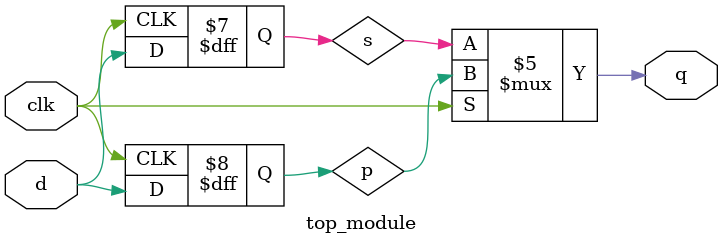
<source format=v>
module top_module (
    input clk,
    input d,
    output q
);
    reg p,s;

    always@(posedge clk)
        begin 
            p<=d;
        end 

    always@(negedge clk)
		begin 
            s<=d;
        end

	always@(*) 
        begin 
            if(clk)
                q=p;
            else 
                q=s; 
        end


endmodule

</source>
